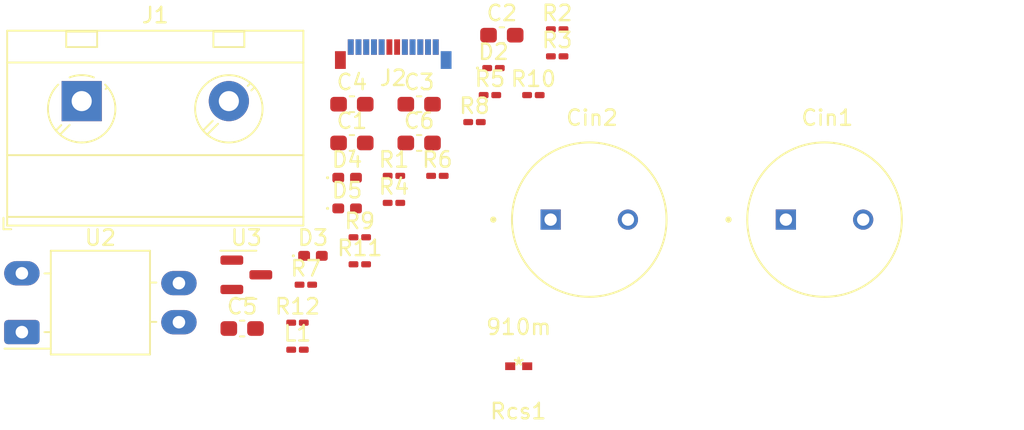
<source format=kicad_pcb>
(kicad_pcb (version 20211014) (generator pcbnew)
  (title_block (title "Charger PCB") (date "2023-02-18") (rev "v01") (comment 1 "Course: ELP305") (comment 2 "Group: BNavi"))
  (layers (0 "F.Cu" signal) (31 "B.Cu" signal) (34 "B.Paste" user) (35 "F.Paste" user) (36 "B.SilkS" user "B.Silkscreen") (37 "F.SilkS" user "F.Silkscreen") (38 "B.Mask" user) (39 "F.Mask" user) (44 "Edge.Cuts" user))
  (net 0 "")
  (net 1 "Net-(C1-Pad1)")
  (net 2 "Earth")
  (net 3 "Net-(C2-Pad1)")
  (net 4 "Net-(C3-Pad2)")
  (net 5 "Net-(C4-Pad1)")
  (net 6 "Net-(C4-Pad2)")
  (net 7 "Net-(C5-Pad1)")
  (net 8 "Net-(C5-Pad2)")
  (net 9 "Net-(C6-Pad2)")
  (net 10 "Net-(D2-Pad1)")
  (net 11 "Net-(D3-Pad2)")
  (net 12 "Net-(D4-Pad2)")
  (net 13 "Net-(D5-Pad2)")
  (net 14 "Net-(J1-Pad1)")
  (net 15 "Net-(D1-Pad4)")
  (net 19 "Net-(D1-Pad3)")
  (net 20 "Net-(Q1-Pad3)")
  (net 21 "Net-(R3-Pad2)")
  (net 22 "Net-(R6-Pad1)")
  (net 23 "Net-(R6-Pad2)")
  (net 24 "Net-(R10-Pad1)")
  (net 25 "Net-(D2-Pad2)")
  (net 26 "Net-(D1-Pad1)")
  (footprint "Resistor_SMD:R_0201_0603Metric_Pad0.64x0.40mm_HandSolder" (layer "F.Cu") (at 195.935 103.845)
    (fp_text reference "R6" (at 0 -1.05) (layer "F.SilkS"))
    (fp_text value "113k")
    (pad "1" smd roundrect (at -0.4075 0) (size 0.635 0.4) (layers "F.Cu" "F.Mask") (net 22 "Net-(R6-Pad1)"))
    (pad "2" smd roundrect (at 0.4075 0) (size 0.635 0.4) (layers "F.Cu" "F.Mask") (net 23 "Net-(R6-Pad2)"))
  )
  (footprint "Package_TO_SOT_SMD:SOT-23" (layer "F.Cu") (at 183.575 110.255)
    (fp_text reference "U3" (at 0 -2.4) (layer "F.SilkS"))
    (fp_text value "CJ432")
    (fp_line (start 0 -1.56) (end -1.675 -1.56) (layer "F.SilkS") (width 0.12))
    (fp_line (start 0 1.56) (end 0.65 1.56) (layer "F.SilkS") (width 0.12))
    (fp_line (start 0 -1.56) (end 0.65 -1.56) (layer "F.SilkS") (width 0.12))
    (fp_line (start 0 1.56) (end -0.65 1.56) (layer "F.SilkS") (width 0.12))
    (pad "1" smd roundrect (at -0.9375 -0.95) (size 1.475 0.6) (layers "F.Cu" "F.Paste" "F.Mask") (net 8 "Net-(C5-Pad2)"))
    (pad "2" smd roundrect (at -0.9375 0.95) (size 1.475 0.6) (layers "F.Cu" "F.Paste" "F.Mask") (net 7 "Net-(C5-Pad1)"))
    (pad "3" smd roundrect (at 0.9375 0) (size 1.475 0.6) (layers "F.Cu" "F.Paste" "F.Mask") (net 2 "Earth"))
  )
  (footprint "Resistor_SMD:R_0201_0603Metric_Pad0.64x0.40mm_HandSolder" (layer "F.Cu") (at 203.685 94.355)
    (fp_text reference "R2" (at 0 -1.05) (layer "F.SilkS"))
    (fp_text value "910m")
    (pad "1" smd roundrect (at -0.4075 0) (size 0.635 0.4) (layers "F.Cu" "F.Mask") (net 2 "Earth"))
    (pad "2" smd roundrect (at 0.4075 0) (size 0.635 0.4) (layers "F.Cu" "F.Mask") (net 20 "Net-(Q1-Pad3)"))
  )
  (footprint "TerminalBlock_MetzConnect:TerminalBlock_MetzConnect_Type703_RT10N02HGLU_1x02_P9.52mm_Horizontal" (layer "F.Cu") (at 172.925 99.005)
    (fp_text reference "J1" (at 4.76 -5.56) (layer "F.SilkS"))
    (fp_text value "Screw_Terminal_01x02")
    (fp_line (start 14.34 -4.56) (end 14.34 8.06) (layer "F.SilkS") (width 0.12))
    (fp_line (start 8.475 1.279) (end 7.867 1.888) (layer "F.SilkS") (width 0.12))
    (fp_line (start -4.82 7.5) (end 14.34 7.5) (layer "F.SilkS") (width 0.12))
    (fp_line (start -1.32 1.553) (end -1.654 1.888) (layer "F.SilkS") (width 0.12))
    (fp_line (start -4.82 3.5) (end 14.34 3.5) (layer "F.SilkS") (width 0.12))
    (fp_line (start -4.82 8.06) (end 14.34 8.06) (layer "F.SilkS") (width 0.12))
    (fp_line (start -1 -3.5) (end 1 -3.5) (layer "F.SilkS") (width 0.12))
    (fp_line (start -4.82 -2.5) (end 14.34 -2.5) (layer "F.SilkS") (width 0.12))
    (fp_line (start 1.654 -0.888) (end 1.547 -0.781) (layer "F.SilkS") (width 0.12))
    (fp_line (start -1 -4.5) (end -1 -3.5) (layer "F.SilkS") (width 0.12))
    (fp_line (start 11.174 -0.888) (end 10.976 -0.69) (layer "F.SilkS") (width 0.12))
    (fp_line (start -4.82 -4.56) (end -4.82 8.06) (layer "F.SilkS") (width 0.12))
    (fp_line (start -1 -4.5) (end 1 -4.5) (layer "F.SilkS") (width 0.12))
    (fp_line (start 10.52 -4.5) (end 10.52 -3.5) (layer "F.SilkS") (width 0.12))
    (fp_line (start 8.52 -4.5) (end 8.52 -3.5) (layer "F.SilkS") (width 0.12))
    (fp_line (start 8.52 -4.5) (end 10.52 -4.5) (layer "F.SilkS") (width 0.12))
    (fp_line (start 1 -4.5) (end 1 -3.5) (layer "F.SilkS") (width 0.12))
    (fp_line (start 10.908 -1.154) (end 10.741 -0.986) (layer "F.SilkS") (width 0.12))
    (fp_line (start 8.817 1.47) (end 8.133 2.154) (layer "F.SilkS") (width 0.12))
    (fp_line (start -4.82 -4.56) (end 14.34 -4.56) (layer "F.SilkS") (width 0.12))
    (fp_line (start -5.06 8.3) (end -4.56 8.3) (layer "F.SilkS") (width 0.12))
    (fp_line (start 8.52 -3.5) (end 10.52 -3.5) (layer "F.SilkS") (width 0.12))
    (fp_line (start -5.06 7.56) (end -5.06 8.3) (layer "F.SilkS") (width 0.12))
    (fp_line (start -0.78 1.546) (end -1.388 2.154) (layer "F.SilkS") (width 0.12))
    (fp_arc (start -0.781211 -1.536303) (mid 0.000423 -1.681014) (end 0.782 -1.536) (layer "F.SilkS") (width 0.12))
    (fp_arc (start 0.037945 2.680721) (mid -2.015074 1.334542) (end -1.515 -1.069) (layer "F.SilkS") (width 0.12))
    (fp_arc (start 1.514355 -1.068161) (mid 2.021261 1.316642) (end 0 2.68) (layer "F.SilkS") (width 0.12))
    (fp_circle (center 9.52 0.5) (end 11.7 0.5) (layer "F.SilkS") (width 0.12) (fill none))
    (pad "1" thru_hole rect (at 0 0) (size 2.6 2.6) (drill 1.3) (layers *.Cu *.Mask) (net 14 "Net-(J1-Pad1)"))
    (pad "2" thru_hole circle (at 9.52 0) (size 2.6 2.6) (drill 1.3) (layers *.Cu *.Mask) (net 15 "Net-(D1-Pad4)"))
  )
  (footprint "Capacitor_SMD:C_0603_1608Metric_Pad1.08x0.95mm_HandSolder" (layer "F.Cu") (at 194.755 99.205)
    (fp_text reference "C3" (at 0 -1.43) (layer "F.SilkS"))
    (fp_text value "4.7uF")
    (fp_line (start -0.146267 0.51) (end 0.146267 0.51) (layer "F.SilkS") (width 0.12))
    (fp_line (start -0.146267 -0.51) (end 0.146267 -0.51) (layer "F.SilkS") (width 0.12))
    (pad "1" smd roundrect (at -0.8625 0) (size 1.075 0.95) (layers "F.Cu" "F.Paste" "F.Mask") (net 2 "Earth"))
    (pad "2" smd roundrect (at 0.8625 0) (size 1.075 0.95) (layers "F.Cu" "F.Paste" "F.Mask") (net 4 "Net-(C3-Pad2)"))
  )
  (footprint "Resistor_SMD:R_0201_0603Metric_Pad0.64x0.40mm_HandSolder" (layer "F.Cu") (at 199.335 98.615)
    (fp_text reference "R5" (at 0 -1.05) (layer "F.SilkS"))
    (fp_text value "205k")
    (pad "1" smd roundrect (at -0.4075 0) (size 0.635 0.4) (layers "F.Cu" "F.Mask") (net 5 "Net-(C4-Pad1)"))
    (pad "2" smd roundrect (at 0.4075 0) (size 0.635 0.4) (layers "F.Cu" "F.Mask") (net 6 "Net-(C4-Pad2)"))
  )
  (footprint "Resistor_SMD:R_0201_0603Metric_Pad0.64x0.40mm_HandSolder" (layer "F.Cu") (at 203.685 96.105)
    (fp_text reference "R3" (at 0 -1.05) (layer "F.SilkS"))
    (fp_text value "2.21k")
    (pad "1" smd roundrect (at -0.4075 0) (size 0.635 0.4) (layers "F.Cu" "F.Mask") (net 20 "Net-(Q1-Pad3)"))
    (pad "2" smd roundrect (at 0.4075 0) (size 0.635 0.4) (layers "F.Cu" "F.Mask") (net 21 "Net-(R3-Pad2)"))
  )
  (footprint "footprints:400PK22MEFC12.5X20" (layer "F.Cu") (at 220.98 106.68)
    (fp_text reference "Cin1" (at 0.175 -6.595) (layer "F.SilkS"))
    (fp_text value "22uF")
    (fp_circle (center 0 0) (end 5 0) (layer "F.SilkS") (width 0.127) (fill none))
    (fp_circle (center -6.21 0) (end -6.11 0) (layer "F.SilkS") (width 0.2) (fill none))
    (pad "N" thru_hole circle locked (at 2.5 0) (size 1.308 1.308) (drill 0.8) (layers *.Cu *.Mask))
    (pad "P" thru_hole rect locked (at -2.5 0) (size 1.308 1.308) (drill 0.8) (layers *.Cu *.Mask))
  )
  (footprint "Capacitor_SMD:C_0603_1608Metric_Pad1.08x0.95mm_HandSolder" (layer "F.Cu") (at 194.755 101.715)
    (fp_text reference "C6" (at 0 -1.43) (layer "F.SilkS"))
    (fp_text value "1.2mF")
    (fp_line (start -0.146267 -0.51) (end 0.146267 -0.51) (layer "F.SilkS") (width 0.12))
    (fp_line (start -0.146267 0.51) (end 0.146267 0.51) (layer "F.SilkS") (width 0.12))
    (pad "1" smd roundrect (at -0.8625 0) (size 1.075 0.95) (layers "F.Cu" "F.Paste" "F.Mask") (net 2 "Earth"))
    (pad "2" smd roundrect (at 0.8625 0) (size 1.075 0.95) (layers "F.Cu" "F.Paste" "F.Mask") (net 9 "Net-(C6-Pad2)"))
  )
  (footprint "Resistor_SMD:R_0201_0603Metric_Pad0.64x0.40mm_HandSolder" (layer "F.Cu") (at 202.145 98.615)
    (fp_text reference "R10" (at 0 -1.05) (layer "F.SilkS"))
    (fp_text value "1.07k")
    (pad "1" smd roundrect (at -0.4075 0) (size 0.635 0.4) (layers "F.Cu" "F.Mask") (net 24 "Net-(R10-Pad1)"))
    (pad "2" smd roundrect (at 0.4075 0) (size 0.635 0.4) (layers "F.Cu" "F.Mask") (net 9 "Net-(C6-Pad2)"))
  )
  (footprint "Diode_SMD:D_0402_1005Metric_Pad0.77x0.64mm_HandSolder" (layer "F.Cu") (at 187.885 109.025)
    (fp_text reference "D3" (at 0 -1.17) (layer "F.SilkS"))
    (fp_text value "D")
    (fp_circle (center -1.265 0) (end -1.215 0) (layer "F.SilkS") (width 0.1) (fill none))
    (pad "1" smd roundrect (at -0.5725 0) (size 0.765 0.64) (layers "F.Cu" "F.Paste" "F.Mask") (net 10 "Net-(D2-Pad1)"))
    (pad "2" smd roundrect (at 0.5725 0) (size 0.765 0.64) (layers "F.Cu" "F.Paste" "F.Mask") (net 11 "Net-(D3-Pad2)"))
  )
  (footprint "Resistor_SMD:R_0201_0603Metric_Pad0.64x0.40mm_HandSolder" (layer "F.Cu") (at 186.885 113.355)
    (fp_text reference "R12" (at 0 -1.05) (layer "F.SilkS"))
    (fp_text value "39k")
    (pad "1" smd roundrect (at -0.4075 0) (size 0.635 0.4) (layers "F.Cu" "F.Mask") (net 2 "Earth"))
    (pad "2" smd roundrect (at 0.4075 0) (size 0.635 0.4) (layers "F.Cu" "F.Mask") (net 8 "Net-(C5-Pad2)"))
  )
  (footprint "footprints:CRCW04021K07FKED" (layer "F.Cu") (at 201.194999 116.175999)
    (fp_text reference "Rcs1" (at -0.029 2.916999) (layer "F.SilkS"))
    (fp_text value "910m" (at 0 -2.54) (layer "F.SilkS"))
    (fp_text user "*" (at 0 0) (layer "F.SilkS"))
    (pad "1" smd rect (at -0.549999 0) (size 0.649999 0.499999) (layers "F.Cu" "F.Paste" "F.Mask") (net 2 "Earth"))
    (pad "2" smd rect (at 0.549999 0) (size 0.649999 0.499999) (layers "F.Cu" "F.Paste" "F.Mask") (net 20 "Net-(Q1-Pad3)"))
  )
  (footprint "Resistor_SMD:R_0201_0603Metric_Pad0.64x0.40mm_HandSolder" (layer "F.Cu") (at 198.335 100.365)
    (fp_text reference "R8" (at 0 -1.05) (layer "F.SilkS"))
    (fp_text value "22")
    (pad "1" smd roundrect (at -0.4075 0) (size 0.635 0.4) (layers "F.Cu" "F.Mask") (net 12 "Net-(D4-Pad2)"))
    (pad "2" smd roundrect (at 0.4075 0) (size 0.635 0.4) (layers "F.Cu" "F.Mask") (net 23 "Net-(R6-Pad2)"))
  )
  (footprint "Capacitor_SMD:C_0603_1608Metric_Pad1.08x0.95mm_HandSolder" (layer "F.Cu") (at 190.405 99.205)
    (fp_text reference "C4" (at 0 -1.43) (layer "F.SilkS"))
    (fp_text value "100nF")
    (fp_line (start -0.146267 0.51) (end 0.146267 0.51) (layer "F.SilkS") (width 0.12))
    (fp_line (start -0.146267 -0.51) (end 0.146267 -0.51) (layer "F.SilkS") (width 0.12))
    (pad "1" smd roundrect (at -0.8625 0) (size 1.075 0.95) (layers "F.Cu" "F.Paste" "F.Mask") (net 5 "Net-(C4-Pad1)"))
    (pad "2" smd roundrect (at 0.8625 0) (size 1.075 0.95) (layers "F.Cu" "F.Paste" "F.Mask") (net 6 "Net-(C4-Pad2)"))
  )
  (footprint "Diode_SMD:D_0201_0603Metric_Pad0.64x0.40mm_HandSolder" (layer "F.Cu") (at 199.565 96.865)
    (fp_text reference "D2" (at 0 -1.05) (layer "F.SilkS"))
    (fp_text value "D_Zener")
    (fp_circle (center -1.035 0) (end -0.985 0) (layer "F.SilkS") (width 0.1) (fill none))
    (pad "1" smd roundrect (at -0.4075 0) (size 0.635 0.4) (layers "F.Cu" "F.Mask") (net 10 "Net-(D2-Pad1)"))
    (pad "2" smd roundrect (at 0.4075 0) (size 0.635 0.4) (layers "F.Cu" "F.Mask") (net 25 "Net-(D2-Pad2)"))
  )
  (footprint "Resistor_SMD:R_0201_0603Metric_Pad0.64x0.40mm_HandSolder" (layer "F.Cu") (at 190.915 107.825)
    (fp_text reference "R9" (at 0 -1.05) (layer "F.SilkS"))
    (fp_text value "1k")
    (pad "1" smd roundrect (at -0.4075 0) (size 0.635 0.4) (layers "F.Cu" "F.Mask") (net 7 "Net-(C5-Pad1)"))
    (pad "2" smd roundrect (at 0.4075 0) (size 0.635 0.4) (layers "F.Cu" "F.Mask") (net 24 "Net-(R10-Pad1)"))
  )
  (footprint "Diode_SMD:D_0402_1005Metric_Pad0.77x0.64mm_HandSolder" (layer "F.Cu") (at 190.095 103.965)
    (fp_text reference "D4" (at 0 -1.17) (layer "F.SilkS"))
    (fp_text value "D")
    (fp_circle (center -1.265 0) (end -1.215 0) (layer "F.SilkS") (width 0.1) (fill none))
    (pad "1" smd roundrect (at -0.5725 0) (size 0.765 0.64) (layers "F.Cu" "F.Paste" "F.Mask") (net 4 "Net-(C3-Pad2)"))
    (pad "2" smd roundrect (at 0.5725 0) (size 0.765 0.64) (layers "F.Cu" "F.Paste" "F.Mask") (net 12 "Net-(D4-Pad2)"))
  )
  (footprint "Resistor_SMD:R_0201_0603Metric_Pad0.64x0.40mm_HandSolder" (layer "F.Cu") (at 190.915 109.575)
    (fp_text reference "R11" (at 0 -1.05) (layer "F.SilkS"))
    (fp_text value "118k")
    (pad "1" smd roundrect (at -0.4075 0) (size 0.635 0.4) (layers "F.Cu" "F.Mask") (net 8 "Net-(C5-Pad2)"))
    (pad "2" smd roundrect (at 0.4075 0) (size 0.635 0.4) (layers "F.Cu" "F.Mask") (net 9 "Net-(C6-Pad2)"))
  )
  (footprint "Capacitor_SMD:C_0603_1608Metric_Pad1.08x0.95mm_HandSolder" (layer "F.Cu") (at 190.405 101.715)
    (fp_text reference "C1" (at 0 -1.43) (layer "F.SilkS"))
    (fp_text value "22uF")
    (fp_line (start -0.146267 0.51) (end 0.146267 0.51) (layer "F.SilkS") (width 0.12))
    (fp_line (start -0.146267 -0.51) (end 0.146267 -0.51) (layer "F.SilkS") (width 0.12))
    (pad "1" smd roundrect (at -0.8625 0) (size 1.075 0.95) (layers "F.Cu" "F.Paste" "F.Mask") (net 1 "Net-(C1-Pad1)"))
    (pad "2" smd roundrect (at 0.8625 0) (size 1.075 0.95) (layers "F.Cu" "F.Paste" "F.Mask") (net 2 "Earth"))
  )
  (footprint "Capacitor_SMD:C_0603_1608Metric_Pad1.08x0.95mm_HandSolder" (layer "F.Cu") (at 183.305 113.735)
    (fp_text reference "C5" (at 0 -1.43) (layer "F.SilkS"))
    (fp_text value "882.393pF")
    (fp_line (start -0.146267 0.51) (end 0.146267 0.51) (layer "F.SilkS") (width 0.12))
    (fp_line (start -0.146267 -0.51) (end 0.146267 -0.51) (layer "F.SilkS") (width 0.12))
    (pad "1" smd roundrect (at -0.8625 0) (size 1.075 0.95) (layers "F.Cu" "F.Paste" "F.Mask") (net 7 "Net-(C5-Pad1)"))
    (pad "2" smd roundrect (at 0.8625 0) (size 1.075 0.95) (layers "F.Cu" "F.Paste" "F.Mask") (net 8 "Net-(C5-Pad2)"))
  )
  (footprint "Capacitor_SMD:C_0603_1608Metric_Pad1.08x0.95mm_HandSolder" (layer "F.Cu") (at 200.105 94.735)
    (fp_text reference "C2" (at 0 -1.43) (layer "F.SilkS"))
    (fp_text value "22uF")
    (fp_line (start -0.146267 -0.51) (end 0.146267 -0.51) (layer "F.SilkS") (width 0.12))
    (fp_line (start -0.146267 0.51) (end 0.146267 0.51) (layer "F.SilkS") (width 0.12))
    (pad "1" smd roundrect (at -0.8625 0) (size 1.075 0.95) (layers "F.Cu" "F.Paste" "F.Mask") (net 3 "Net-(C2-Pad1)"))
    (pad "2" smd roundrect (at 0.8625 0) (size 1.075 0.95) (layers "F.Cu" "F.Paste" "F.Mask") (net 2 "Earth"))
  )
  (footprint "Resistor_SMD:R_0201_0603Metric_Pad0.64x0.40mm_HandSolder" (layer "F.Cu") (at 187.425 110.895)
    (fp_text reference "R7" (at 0 -1.05) (layer "F.SilkS"))
    (fp_text value "34k")
    (pad "1" smd roundrect (at -0.4075 0) (size 0.635 0.4) (layers "F.Cu" "F.Mask") (net 2 "Earth"))
    (pad "2" smd roundrect (at 0.4075 0) (size 0.635 0.4) (layers "F.Cu" "F.Mask") (net 22 "Net-(R6-Pad1)"))
  )
  (footprint "Resistor_SMD:R_0201_0603Metric_Pad0.64x0.40mm_HandSolder" (layer "F.Cu") (at 193.125 103.845)
    (fp_text reference "R1" (at 0 -1.05) (layer "F.SilkS"))
    (fp_text value "R")
    (pad "1" smd roundrect (at -0.4075 0) (size 0.635 0.4) (layers "F.Cu" "F.Mask") (net 14 "Net-(J1-Pad1)"))
    (pad "2" smd roundrect (at 0.4075 0) (size 0.635 0.4) (layers "F.Cu" "F.Mask") (net 19 "Net-(D1-Pad3)"))
  )
  (footprint "Diode_SMD:D_0402_1005Metric_Pad0.77x0.64mm_HandSolder" (layer "F.Cu") (at 190.095 105.955)
    (fp_text reference "D5" (at 0 -1.17) (layer "F.SilkS"))
    (fp_text value "D")
    (fp_circle (center -1.265 0) (end -1.215 0) (layer "F.SilkS") (width 0.1) (fill none))
    (pad "1" smd roundrect (at -0.5725 0) (size 0.765 0.64) (layers "F.Cu" "F.Paste" "F.Mask") (net 9 "Net-(C6-Pad2)"))
    (pad "2" smd roundrect (at 0.5725 0) (size 0.765 0.64) (layers "F.Cu" "F.Paste" "F.Mask") (net 13 "Net-(D5-Pad2)"))
  )
  (footprint "Connector_USB:USB_C_Plug_Molex_105444" (layer "F.Cu") (at 193.08 95.465)
    (fp_text reference "J2" (at 0 2.04) (layer "F.SilkS"))
    (fp_text value "USB_C_Receptacle_PowerOnly_6P")
    (pad "A1" smd rect (at -2.75 0.04) (size 0.38 1) (layers "F.Cu" "F.Paste" "F.Mask"))
    (pad "A2" smd rect (at -2.25 0.04) (size 0.38 1) (layers "F.Cu" "F.Paste" "F.Mask"))
    (pad "A3" smd rect (at -1.75 0.04) (size 0.38 1) (layers "F.Cu" "F.Paste" "F.Mask"))
    (pad "A4" smd rect (at -1.25 0.04) (size 0.38 1) (layers "F.Cu" "F.Paste" "F.Mask"))
    (pad "A5" smd rect (at -0.75 0.04) (size 0.38 1) (layers "F.Cu" "F.Paste" "F.Mask"))
    (pad "A6" smd rect (at -0.25 0.04) (size 0.38 1) (layers "F.Cu" "F.Paste" "F.Mask"))
    (pad "A7" smd rect (at 0.25 0.04) (size 0.38 1) (layers "F.Cu" "F.Paste" "F.Mask"))
    (pad "A8" smd rect (at 0.75 0.04) (size 0.38 1) (layers "F.Cu" "F.Paste" "F.Mask"))
    (pad "A9" smd rect (at 1.25 0.04) (size 0.38 1) (layers "F.Cu" "F.Paste" "F.Mask") (net 9 "Net-(C6-Pad2)"))
    (pad "A10" smd rect (at 1.75 0.04) (size 0.38 1) (layers "F.Cu" "F.Paste" "F.Mask"))
    (pad "A11" smd rect (at 2.25 0.04) (size 0.38 1) (layers "F.Cu" "F.Paste" "F.Mask"))
    (pad "A12" smd rect (at 2.75 0.04) (size 0.38 1) (layers "F.Cu" "F.Paste" "F.Mask") (net 2 "Earth"))
    (pad "B1" smd rect (at 2.75 0.04) (size 0.38 1) (layers "B.Cu" "B.Paste" "B.Mask"))
    (pad "B2" smd rect (at 2.25 0.04) (size 0.38 1) (layers "B.Cu" "B.Paste" "B.Mask"))
    (pad "B3" smd rect (at 1.75 0.04) (size 0.38 1) (layers "B.Cu" "B.Paste" "B.Mask"))
    (pad "B4" smd rect (at 1.25 0.04) (size 0.38 1) (layers "B.Cu" "B.Paste" "B.Mask"))
    (pad "B5" smd rect (at 0.75 0.04) (size 0.38 1) (layers "B.Cu" "B.Paste" "B.Mask"))
    (pad "B8" smd rect (at -0.75 0.04) (size 0.38 1) (layers "B.Cu" "B.Paste" "B.Mask"))
    (pad "B9" smd rect (at -1.25 0.04) (size 0.38 1) (layers "B.Cu" "B.Paste" "B.Mask") (net 9 "Net-(C6-Pad2)"))
    (pad "B10" smd rect (at -1.75 0.04) (size 0.38 1) (layers "B.Cu" "B.Paste" "B.Mask"))
    (pad "B11" smd rect (at -2.25 0.04) (size 0.38 1) (layers "B.Cu" "B.Paste" "B.Mask"))
    (pad "B12" smd rect (at -2.75 0.04) (size 0.38 1) (layers "B.Cu" "B.Paste" "B.Mask") (net 2 "Earth"))
    (pad "S1" smd rect (at -3.42 0.88) (size 0.7 1.15) (layers "F.Cu" "F.Paste" "F.Mask"))
    (pad "S1" smd rect (at 3.42 0.88) (size 0.7 1.15) (layers "B.Cu" "B.Paste" "B.Mask"))
  )
  (footprint "Inductor_SMD:L_0201_0603Metric_Pad0.64x0.40mm_HandSolder" (layer "F.Cu") (at 186.885 115.105)
    (fp_text reference "L1" (at 0 -1.05) (layer "F.SilkS"))
    (fp_text value "470uH")
    (pad "1" smd roundrect (at -0.4075 0) (size 0.635 0.4) (layers "F.Cu" "F.Mask") (net 26 "Net-(D1-Pad1)"))
    (pad "2" smd roundrect (at 0.4075 0) (size 0.635 0.4) (layers "F.Cu" "F.Mask") (net 25 "Net-(D2-Pad2)"))
  )
  (footprint "Resistor_SMD:R_0201_0603Metric_Pad0.64x0.40mm_HandSolder" (layer "F.Cu") (at 193.125 105.595)
    (fp_text reference "R4" (at 0 -1.05) (layer "F.SilkS"))
    (fp_text value "18.7k")
    (pad "1" smd roundrect (at -0.4075 0) (size 0.635 0.4) (layers "F.Cu" "F.Mask") (net 2 "Earth"))
    (pad "2" smd roundrect (at 0.4075 0) (size 0.635 0.4) (layers "F.Cu" "F.Mask") (net 5 "Net-(C4-Pad1)"))
  )
  (footprint "OptoDevice:Luna_NSL-32" (layer "F.Cu") (at 169.055 113.965)
    (fp_text reference "U2" (at 5.08 -6.11 180) (layer "F.SilkS"))
    (fp_text value "NSL-32")
    (fp_line (start 1.46 0) (end 1.87 0) (layer "F.SilkS") (width 0.12))
    (fp_line (start 8.29 1.45) (end 1.87 1.45) (layer "F.SilkS") (width 0.12))
    (fp_line (start 1.87 1.45) (end 1.87 -5.27) (layer "F.SilkS") (width 0.12))
    (fp_line (start 8.29 -3.21) (end 8.7 -3.21) (layer "F.SilkS") (width 0.12))
    (fp_line (start 1.46 -3.8) (end 1.87 -3.8) (layer "F.SilkS") (width 0.12))
    (fp_line (start 1.87 -5.27) (end 8.29 -5.27) (layer "F.SilkS") (width 0.12))
    (fp_line (start 8.29 -5.27) (end 8.29 1.45) (layer "F.SilkS") (width 0.12))
    (fp_line (start 8.29 -0.66) (end 8.7 -0.66) (layer "F.SilkS") (width 0.12))
    (fp_line (start -1.12 1.07) (end 1.87 1.07) (layer "F.SilkS") (width 0.12))
    (pad "1" thru_hole roundrect (at 0 0) (size 2.29 1.57) (drill 0.81) (layers *.Cu *.Mask) (roundrect_rratio 0.159) (net 24 "Net-(R10-Pad1)"))
    (pad "2" thru_hole oval (at 0 -3.81) (size 2.29 1.57) (drill 0.81) (layers *.Cu *.Mask) (net 7 "Net-(C5-Pad1)"))
    (pad "3" thru_hole oval (at 10.16 -3.17) (size 2.29 1.57) (drill 0.81) (layers *.Cu *.Mask) (net 6 "Net-(C4-Pad2)"))
    (pad "4" thru_hole oval (at 10.16 -0.64) (size 2.29 1.57) (drill 0.81) (layers *.Cu *.Mask) (net 4 "Net-(C3-Pad2)"))
  )
  (footprint "footprints:400PK22MEFC12.5X20" (layer "F.Cu") (at 205.76 106.68)
    (fp_text reference "Cin2" (at 0.175 -6.595) (layer "F.SilkS"))
    (fp_text value "22uF")
    (fp_circle (center 0 0) (end 5 0) (layer "F.SilkS") (width 0.127) (fill none))
    (fp_circle (center -6.21 0) (end -6.11 0) (layer "F.SilkS") (width 0.2) (fill none))
    (pad "N" thru_hole circle locked (at 2.5 0) (size 1.308 1.308) (drill 0.8) (layers *.Cu *.Mask))
    (pad "P" thru_hole rect locked (at -2.5 0) (size 1.308 1.308) (drill 0.8) (layers *.Cu *.Mask))
  )
)
</source>
